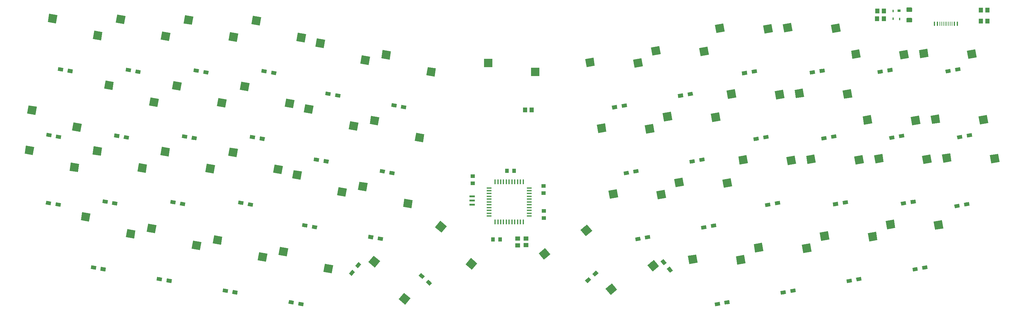
<source format=gbr>
G04 #@! TF.GenerationSoftware,KiCad,Pcbnew,(6.0.0-rc1-dev-1469-g932b9a334)*
G04 #@! TF.CreationDate,2019-08-24T21:44:17-07:00
G04 #@! TF.ProjectId,Laptreus-v2,4c617074-7265-4757-932d-76322e6b6963,rev?*
G04 #@! TF.SameCoordinates,Original*
G04 #@! TF.FileFunction,Paste,Top*
G04 #@! TF.FilePolarity,Positive*
%FSLAX46Y46*%
G04 Gerber Fmt 4.6, Leading zero omitted, Abs format (unit mm)*
G04 Created by KiCad (PCBNEW (6.0.0-rc1-dev-1469-g932b9a334)) date Saturday, August 24, 2019 at 09:44:17 PM*
%MOMM*%
%LPD*%
G04 APERTURE LIST*
%ADD10C,2.347600*%
%ADD11C,0.100000*%
%ADD12R,2.397600X2.347600*%
%ADD13R,0.447600X1.297600*%
%ADD14R,0.147600X1.297600*%
%ADD15R,1.147600X1.347600*%
%ADD16R,1.347600X0.397600*%
%ADD17R,0.397600X1.347600*%
%ADD18R,1.147600X1.047600*%
%ADD19R,1.047600X1.147600*%
%ADD20R,0.847600X0.747600*%
%ADD21R,0.447600X0.747600*%
%ADD22C,1.272600*%
%ADD23C,1.047600*%
%ADD24R,1.347600X1.147600*%
%ADD25R,1.547600X0.547600*%
G04 APERTURE END LIST*
D10*
G04 #@! TO.C,SW1*
X350991516Y-85961774D03*
D11*
G36*
X351968275Y-84597637D02*
G01*
X352375932Y-86909572D01*
X350014757Y-87325911D01*
X349607100Y-85013976D01*
X351968275Y-84597637D01*
X351968275Y-84597637D01*
G37*
D10*
X364668399Y-86129354D03*
D11*
G36*
X365645158Y-84765217D02*
G01*
X366052815Y-87077152D01*
X363691640Y-87493491D01*
X363283983Y-85181556D01*
X365645158Y-84765217D01*
X365645158Y-84765217D01*
G37*
G04 #@! TD*
D10*
G04 #@! TO.C,SW2*
X331679597Y-86143007D03*
D11*
G36*
X332656356Y-84778870D02*
G01*
X333064013Y-87090805D01*
X330702838Y-87507144D01*
X330295181Y-85195209D01*
X332656356Y-84778870D01*
X332656356Y-84778870D01*
G37*
D10*
X345356480Y-86310587D03*
D11*
G36*
X346333239Y-84946450D02*
G01*
X346740896Y-87258385D01*
X344379721Y-87674724D01*
X343972064Y-85362789D01*
X346333239Y-84946450D01*
X346333239Y-84946450D01*
G37*
G04 #@! TD*
D10*
G04 #@! TO.C,SW19*
X207486890Y-109963422D03*
D11*
G36*
X206102474Y-110911220D02*
G01*
X206510131Y-108599285D01*
X208871306Y-109015624D01*
X208463649Y-111327559D01*
X206102474Y-110911220D01*
X206102474Y-110911220D01*
G37*
D10*
X194692141Y-105128179D03*
D11*
G36*
X193307725Y-106075977D02*
G01*
X193715382Y-103764042D01*
X196076557Y-104180381D01*
X195668900Y-106492316D01*
X193307725Y-106075977D01*
X193307725Y-106075977D01*
G37*
G04 #@! TD*
D10*
G04 #@! TO.C,SW3*
X325962219Y-78768789D03*
D11*
G36*
X324985460Y-80132926D02*
G01*
X324577803Y-77820991D01*
X326938978Y-77404652D01*
X327346635Y-79716587D01*
X324985460Y-80132926D01*
X324985460Y-80132926D01*
G37*
D10*
X312285336Y-78601209D03*
D11*
G36*
X311308577Y-79965346D02*
G01*
X310900920Y-77653411D01*
X313262095Y-77237072D01*
X313669752Y-79549007D01*
X311308577Y-79965346D01*
X311308577Y-79965346D01*
G37*
G04 #@! TD*
D10*
G04 #@! TO.C,SW12*
X115878558Y-80870278D03*
D11*
G36*
X114494142Y-81818076D02*
G01*
X114901799Y-79506141D01*
X117262974Y-79922480D01*
X116855317Y-82234415D01*
X114494142Y-81818076D01*
X114494142Y-81818076D01*
G37*
D10*
X103083809Y-76035035D03*
D11*
G36*
X101699393Y-76982833D02*
G01*
X102107050Y-74670898D01*
X104468225Y-75087237D01*
X104060568Y-77399172D01*
X101699393Y-76982833D01*
X101699393Y-76982833D01*
G37*
G04 #@! TD*
D10*
G04 #@! TO.C,SW11*
X135201204Y-81097609D03*
D11*
G36*
X133816788Y-82045407D02*
G01*
X134224445Y-79733472D01*
X136585620Y-80149811D01*
X136177963Y-82461746D01*
X133816788Y-82045407D01*
X133816788Y-82045407D01*
G37*
D10*
X122406455Y-76262366D03*
D11*
G36*
X121022039Y-77210164D02*
G01*
X121429696Y-74898229D01*
X123790871Y-75314568D01*
X123383214Y-77626503D01*
X121022039Y-77210164D01*
X121022039Y-77210164D01*
G37*
G04 #@! TD*
D10*
G04 #@! TO.C,SW47*
X144037798Y-140687370D03*
D11*
G36*
X142653382Y-141635168D02*
G01*
X143061039Y-139323233D01*
X145422214Y-139739572D01*
X145014557Y-142051507D01*
X142653382Y-141635168D01*
X142653382Y-141635168D01*
G37*
D10*
X131243049Y-135852127D03*
D11*
G36*
X129858633Y-136799925D02*
G01*
X130266290Y-134487990D01*
X132627465Y-134904329D01*
X132219808Y-137216264D01*
X129858633Y-136799925D01*
X129858633Y-136799925D01*
G37*
G04 #@! TD*
D10*
G04 #@! TO.C,SW24*
X97222479Y-102127159D03*
D11*
G36*
X98606895Y-101179361D02*
G01*
X98199238Y-103491296D01*
X95838063Y-103074957D01*
X96245720Y-100763022D01*
X98606895Y-101179361D01*
X98606895Y-101179361D01*
G37*
D10*
X110017228Y-106962402D03*
D11*
G36*
X111401644Y-106014604D02*
G01*
X110993987Y-108326539D01*
X108632812Y-107910200D01*
X109040469Y-105598265D01*
X111401644Y-106014604D01*
X111401644Y-106014604D01*
G37*
G04 #@! TD*
D12*
G04 #@! TO.C,SW_RESET2*
X240449155Y-91255373D03*
X227009155Y-88715373D03*
G04 #@! TD*
D10*
G04 #@! TO.C,SW4*
X306650297Y-78950021D03*
D11*
G36*
X305673538Y-80314158D02*
G01*
X305265881Y-78002223D01*
X307627056Y-77585884D01*
X308034713Y-79897819D01*
X305673538Y-80314158D01*
X305673538Y-80314158D01*
G37*
D10*
X292973414Y-78782441D03*
D11*
G36*
X291996655Y-80146578D02*
G01*
X291588998Y-77834643D01*
X293950173Y-77418304D01*
X294357830Y-79730239D01*
X291996655Y-80146578D01*
X291996655Y-80146578D01*
G37*
G04 #@! TD*
D10*
G04 #@! TO.C,SW5*
X288441044Y-85384783D03*
D11*
G36*
X287464285Y-86748920D02*
G01*
X287056628Y-84436985D01*
X289417803Y-84020646D01*
X289825460Y-86332581D01*
X287464285Y-86748920D01*
X287464285Y-86748920D01*
G37*
D10*
X274764161Y-85217203D03*
D11*
G36*
X273787402Y-86581340D02*
G01*
X273379745Y-84269405D01*
X275740920Y-83853066D01*
X276148577Y-86165001D01*
X273787402Y-86581340D01*
X273787402Y-86581340D01*
G37*
G04 #@! TD*
D10*
G04 #@! TO.C,SW6*
X269680455Y-88692781D03*
D11*
G36*
X268703696Y-90056918D02*
G01*
X268296039Y-87744983D01*
X270657214Y-87328644D01*
X271064871Y-89640579D01*
X268703696Y-90056918D01*
X268703696Y-90056918D01*
G37*
D10*
X256003572Y-88525201D03*
D11*
G36*
X255026813Y-89889338D02*
G01*
X254619156Y-87577403D01*
X256980331Y-87161064D01*
X257387988Y-89472999D01*
X255026813Y-89889338D01*
X255026813Y-89889338D01*
G37*
G04 #@! TD*
D10*
G04 #@! TO.C,SW7*
X210794888Y-91202835D03*
D11*
G36*
X209410472Y-92150633D02*
G01*
X209818129Y-89838698D01*
X212179304Y-90255037D01*
X211771647Y-92566972D01*
X209410472Y-92150633D01*
X209410472Y-92150633D01*
G37*
D10*
X198000139Y-86367592D03*
D11*
G36*
X196615723Y-87315390D02*
G01*
X197023380Y-85003455D01*
X199384555Y-85419794D01*
X198976898Y-87731729D01*
X196615723Y-87315390D01*
X196615723Y-87315390D01*
G37*
G04 #@! TD*
D10*
G04 #@! TO.C,SW8*
X192034300Y-87894837D03*
D11*
G36*
X190649884Y-88842635D02*
G01*
X191057541Y-86530700D01*
X193418716Y-86947039D01*
X193011059Y-89258974D01*
X190649884Y-88842635D01*
X190649884Y-88842635D01*
G37*
D10*
X179239551Y-83059594D03*
D11*
G36*
X177855135Y-84007392D02*
G01*
X178262792Y-81695457D01*
X180623967Y-82111796D01*
X180216310Y-84423731D01*
X177855135Y-84007392D01*
X177855135Y-84007392D01*
G37*
G04 #@! TD*
D10*
G04 #@! TO.C,SW9*
X173825044Y-81460075D03*
D11*
G36*
X172440628Y-82407873D02*
G01*
X172848285Y-80095938D01*
X175209460Y-80512277D01*
X174801803Y-82824212D01*
X172440628Y-82407873D01*
X172440628Y-82407873D01*
G37*
D10*
X161030295Y-76624832D03*
D11*
G36*
X159645879Y-77572630D02*
G01*
X160053536Y-75260695D01*
X162414711Y-75677034D01*
X162007054Y-77988969D01*
X159645879Y-77572630D01*
X159645879Y-77572630D01*
G37*
G04 #@! TD*
D10*
G04 #@! TO.C,SW10*
X154513125Y-81278841D03*
D11*
G36*
X153128709Y-82226639D02*
G01*
X153536366Y-79914704D01*
X155897541Y-80331043D01*
X155489884Y-82642978D01*
X153128709Y-82226639D01*
X153128709Y-82226639D01*
G37*
D10*
X141718376Y-76443598D03*
D11*
G36*
X140333960Y-77391396D02*
G01*
X140741617Y-75079461D01*
X143102792Y-75495800D01*
X142695135Y-77807735D01*
X140333960Y-77391396D01*
X140333960Y-77391396D01*
G37*
G04 #@! TD*
D10*
G04 #@! TO.C,SW13*
X354299516Y-104722362D03*
D11*
G36*
X355276275Y-103358225D02*
G01*
X355683932Y-105670160D01*
X353322757Y-106086499D01*
X352915100Y-103774564D01*
X355276275Y-103358225D01*
X355276275Y-103358225D01*
G37*
D10*
X367976399Y-104889942D03*
D11*
G36*
X368953158Y-103525805D02*
G01*
X369360815Y-105837740D01*
X366999640Y-106254079D01*
X366591983Y-103942144D01*
X368953158Y-103525805D01*
X368953158Y-103525805D01*
G37*
G04 #@! TD*
D10*
G04 #@! TO.C,SW14*
X334987594Y-104903594D03*
D11*
G36*
X335964353Y-103539457D02*
G01*
X336372010Y-105851392D01*
X334010835Y-106267731D01*
X333603178Y-103955796D01*
X335964353Y-103539457D01*
X335964353Y-103539457D01*
G37*
D10*
X348664477Y-105071174D03*
D11*
G36*
X349641236Y-103707037D02*
G01*
X350048893Y-106018972D01*
X347687718Y-106435311D01*
X347280061Y-104123376D01*
X349641236Y-103707037D01*
X349641236Y-103707037D01*
G37*
G04 #@! TD*
D10*
G04 #@! TO.C,SW15*
X329270217Y-97529374D03*
D11*
G36*
X328293458Y-98893511D02*
G01*
X327885801Y-96581576D01*
X330246976Y-96165237D01*
X330654633Y-98477172D01*
X328293458Y-98893511D01*
X328293458Y-98893511D01*
G37*
D10*
X315593334Y-97361794D03*
D11*
G36*
X314616575Y-98725931D02*
G01*
X314208918Y-96413996D01*
X316570093Y-95997657D01*
X316977750Y-98309592D01*
X314616575Y-98725931D01*
X314616575Y-98725931D01*
G37*
G04 #@! TD*
D10*
G04 #@! TO.C,SW16*
X309958296Y-97710609D03*
D11*
G36*
X308981537Y-99074746D02*
G01*
X308573880Y-96762811D01*
X310935055Y-96346472D01*
X311342712Y-98658407D01*
X308981537Y-99074746D01*
X308981537Y-99074746D01*
G37*
D10*
X296281413Y-97543029D03*
D11*
G36*
X295304654Y-98907166D02*
G01*
X294896997Y-96595231D01*
X297258172Y-96178892D01*
X297665829Y-98490827D01*
X295304654Y-98907166D01*
X295304654Y-98907166D01*
G37*
G04 #@! TD*
D10*
G04 #@! TO.C,SW17*
X291749040Y-104145371D03*
D11*
G36*
X290772281Y-105509508D02*
G01*
X290364624Y-103197573D01*
X292725799Y-102781234D01*
X293133456Y-105093169D01*
X290772281Y-105509508D01*
X290772281Y-105509508D01*
G37*
D10*
X278072157Y-103977791D03*
D11*
G36*
X277095398Y-105341928D02*
G01*
X276687741Y-103029993D01*
X279048916Y-102613654D01*
X279456573Y-104925589D01*
X277095398Y-105341928D01*
X277095398Y-105341928D01*
G37*
G04 #@! TD*
D10*
G04 #@! TO.C,SW18*
X272988453Y-107453370D03*
D11*
G36*
X272011694Y-108817507D02*
G01*
X271604037Y-106505572D01*
X273965212Y-106089233D01*
X274372869Y-108401168D01*
X272011694Y-108817507D01*
X272011694Y-108817507D01*
G37*
D10*
X259311570Y-107285790D03*
D11*
G36*
X258334811Y-108649927D02*
G01*
X257927154Y-106337992D01*
X260288329Y-105921653D01*
X260695986Y-108233588D01*
X258334811Y-108649927D01*
X258334811Y-108649927D01*
G37*
G04 #@! TD*
D10*
G04 #@! TO.C,SW20*
X188726303Y-106655423D03*
D11*
G36*
X187341887Y-107603221D02*
G01*
X187749544Y-105291286D01*
X190110719Y-105707625D01*
X189703062Y-108019560D01*
X187341887Y-107603221D01*
X187341887Y-107603221D01*
G37*
D10*
X175931554Y-101820180D03*
D11*
G36*
X174547138Y-102767978D02*
G01*
X174954795Y-100456043D01*
X177315970Y-100872382D01*
X176908313Y-103184317D01*
X174547138Y-102767978D01*
X174547138Y-102767978D01*
G37*
G04 #@! TD*
D10*
G04 #@! TO.C,SW21*
X170517047Y-100220662D03*
D11*
G36*
X169132631Y-101168460D02*
G01*
X169540288Y-98856525D01*
X171901463Y-99272864D01*
X171493806Y-101584799D01*
X169132631Y-101168460D01*
X169132631Y-101168460D01*
G37*
D10*
X157722298Y-95385419D03*
D11*
G36*
X156337882Y-96333217D02*
G01*
X156745539Y-94021282D01*
X159106714Y-94437621D01*
X158699057Y-96749556D01*
X156337882Y-96333217D01*
X156337882Y-96333217D01*
G37*
G04 #@! TD*
D10*
G04 #@! TO.C,SW22*
X151205129Y-100039427D03*
D11*
G36*
X149820713Y-100987225D02*
G01*
X150228370Y-98675290D01*
X152589545Y-99091629D01*
X152181888Y-101403564D01*
X149820713Y-100987225D01*
X149820713Y-100987225D01*
G37*
D10*
X138410380Y-95204184D03*
D11*
G36*
X137025964Y-96151982D02*
G01*
X137433621Y-93840047D01*
X139794796Y-94256386D01*
X139387139Y-96568321D01*
X137025964Y-96151982D01*
X137025964Y-96151982D01*
G37*
G04 #@! TD*
D10*
G04 #@! TO.C,SW23*
X131893206Y-99858196D03*
D11*
G36*
X130508790Y-100805994D02*
G01*
X130916447Y-98494059D01*
X133277622Y-98910398D01*
X132869965Y-101222333D01*
X130508790Y-100805994D01*
X130508790Y-100805994D01*
G37*
D10*
X119098457Y-95022953D03*
D11*
G36*
X117714041Y-95970751D02*
G01*
X118121698Y-93658816D01*
X120482873Y-94075155D01*
X120075216Y-96387090D01*
X117714041Y-95970751D01*
X117714041Y-95970751D01*
G37*
G04 #@! TD*
D10*
G04 #@! TO.C,SW25*
X371202059Y-115927497D03*
D11*
G36*
X370225300Y-117291634D02*
G01*
X369817643Y-114979699D01*
X372178818Y-114563360D01*
X372586475Y-116875295D01*
X370225300Y-117291634D01*
X370225300Y-117291634D01*
G37*
D10*
X357525176Y-115759917D03*
D11*
G36*
X356548417Y-117124054D02*
G01*
X356140760Y-114812119D01*
X358501935Y-114395780D01*
X358909592Y-116707715D01*
X356548417Y-117124054D01*
X356548417Y-117124054D01*
G37*
G04 #@! TD*
D10*
G04 #@! TO.C,SW26*
X351890134Y-116108731D03*
D11*
G36*
X350913375Y-117472868D02*
G01*
X350505718Y-115160933D01*
X352866893Y-114744594D01*
X353274550Y-117056529D01*
X350913375Y-117472868D01*
X350913375Y-117472868D01*
G37*
D10*
X338213251Y-115941151D03*
D11*
G36*
X337236492Y-117305288D02*
G01*
X336828835Y-114993353D01*
X339190010Y-114577014D01*
X339597667Y-116888949D01*
X337236492Y-117305288D01*
X337236492Y-117305288D01*
G37*
G04 #@! TD*
D10*
G04 #@! TO.C,SW27*
X332578214Y-116289963D03*
D11*
G36*
X331601455Y-117654100D02*
G01*
X331193798Y-115342165D01*
X333554973Y-114925826D01*
X333962630Y-117237761D01*
X331601455Y-117654100D01*
X331601455Y-117654100D01*
G37*
D10*
X318901331Y-116122383D03*
D11*
G36*
X317924572Y-117486520D02*
G01*
X317516915Y-115174585D01*
X319878090Y-114758246D01*
X320285747Y-117070181D01*
X317924572Y-117486520D01*
X317924572Y-117486520D01*
G37*
G04 #@! TD*
D10*
G04 #@! TO.C,SW28*
X313266295Y-116471196D03*
D11*
G36*
X312289536Y-117835333D02*
G01*
X311881879Y-115523398D01*
X314243054Y-115107059D01*
X314650711Y-117418994D01*
X312289536Y-117835333D01*
X312289536Y-117835333D01*
G37*
D10*
X299589412Y-116303616D03*
D11*
G36*
X298612653Y-117667753D02*
G01*
X298204996Y-115355818D01*
X300566171Y-114939479D01*
X300973828Y-117251414D01*
X298612653Y-117667753D01*
X298612653Y-117667753D01*
G37*
G04 #@! TD*
D10*
G04 #@! TO.C,SW29*
X295057040Y-122905959D03*
D11*
G36*
X294080281Y-124270096D02*
G01*
X293672624Y-121958161D01*
X296033799Y-121541822D01*
X296441456Y-123853757D01*
X294080281Y-124270096D01*
X294080281Y-124270096D01*
G37*
D10*
X281380157Y-122738379D03*
D11*
G36*
X280403398Y-124102516D02*
G01*
X279995741Y-121790581D01*
X282356916Y-121374242D01*
X282764573Y-123686177D01*
X280403398Y-124102516D01*
X280403398Y-124102516D01*
G37*
G04 #@! TD*
D10*
G04 #@! TO.C,SW30*
X276296450Y-126213956D03*
D11*
G36*
X275319691Y-127578093D02*
G01*
X274912034Y-125266158D01*
X277273209Y-124849819D01*
X277680866Y-127161754D01*
X275319691Y-127578093D01*
X275319691Y-127578093D01*
G37*
D10*
X262619567Y-126046376D03*
D11*
G36*
X261642808Y-127410513D02*
G01*
X261235151Y-125098578D01*
X263596326Y-124682239D01*
X264003983Y-126994174D01*
X261642808Y-127410513D01*
X261642808Y-127410513D01*
G37*
G04 #@! TD*
D10*
G04 #@! TO.C,SW31*
X204178892Y-128724010D03*
D11*
G36*
X202794476Y-129671808D02*
G01*
X203202133Y-127359873D01*
X205563308Y-127776212D01*
X205155651Y-130088147D01*
X202794476Y-129671808D01*
X202794476Y-129671808D01*
G37*
D10*
X191384143Y-123888767D03*
D11*
G36*
X189999727Y-124836565D02*
G01*
X190407384Y-122524630D01*
X192768559Y-122940969D01*
X192360902Y-125252904D01*
X189999727Y-124836565D01*
X189999727Y-124836565D01*
G37*
G04 #@! TD*
D10*
G04 #@! TO.C,SW32*
X185418305Y-125416013D03*
D11*
G36*
X184033889Y-126363811D02*
G01*
X184441546Y-124051876D01*
X186802721Y-124468215D01*
X186395064Y-126780150D01*
X184033889Y-126363811D01*
X184033889Y-126363811D01*
G37*
D10*
X172623556Y-120580770D03*
D11*
G36*
X171239140Y-121528568D02*
G01*
X171646797Y-119216633D01*
X174007972Y-119632972D01*
X173600315Y-121944907D01*
X171239140Y-121528568D01*
X171239140Y-121528568D01*
G37*
G04 #@! TD*
D10*
G04 #@! TO.C,SW33*
X167209048Y-118981250D03*
D11*
G36*
X165824632Y-119929048D02*
G01*
X166232289Y-117617113D01*
X168593464Y-118033452D01*
X168185807Y-120345387D01*
X165824632Y-119929048D01*
X165824632Y-119929048D01*
G37*
D10*
X154414299Y-114146007D03*
D11*
G36*
X153029883Y-115093805D02*
G01*
X153437540Y-112781870D01*
X155798715Y-113198209D01*
X155391058Y-115510144D01*
X153029883Y-115093805D01*
X153029883Y-115093805D01*
G37*
G04 #@! TD*
D10*
G04 #@! TO.C,SW34*
X147897129Y-118800017D03*
D11*
G36*
X146512713Y-119747815D02*
G01*
X146920370Y-117435880D01*
X149281545Y-117852219D01*
X148873888Y-120164154D01*
X146512713Y-119747815D01*
X146512713Y-119747815D01*
G37*
D10*
X135102380Y-113964774D03*
D11*
G36*
X133717964Y-114912572D02*
G01*
X134125621Y-112600637D01*
X136486796Y-113016976D01*
X136079139Y-115328911D01*
X133717964Y-114912572D01*
X133717964Y-114912572D01*
G37*
G04 #@! TD*
D10*
G04 #@! TO.C,SW37*
X355198132Y-134869318D03*
D11*
G36*
X354221373Y-136233455D02*
G01*
X353813716Y-133921520D01*
X356174891Y-133505181D01*
X356582548Y-135817116D01*
X354221373Y-136233455D01*
X354221373Y-136233455D01*
G37*
D10*
X341521249Y-134701738D03*
D11*
G36*
X340544490Y-136065875D02*
G01*
X340136833Y-133753940D01*
X342498008Y-133337601D01*
X342905665Y-135649536D01*
X340544490Y-136065875D01*
X340544490Y-136065875D01*
G37*
G04 #@! TD*
D10*
G04 #@! TO.C,SW38*
X336437545Y-138177316D03*
D11*
G36*
X335460786Y-139541453D02*
G01*
X335053129Y-137229518D01*
X337414304Y-136813179D01*
X337821961Y-139125114D01*
X335460786Y-139541453D01*
X335460786Y-139541453D01*
G37*
D10*
X322760662Y-138009736D03*
D11*
G36*
X321783903Y-139373873D02*
G01*
X321376246Y-137061938D01*
X323737421Y-136645599D01*
X324145078Y-138957534D01*
X321783903Y-139373873D01*
X321783903Y-139373873D01*
G37*
G04 #@! TD*
D10*
G04 #@! TO.C,SW39*
X317676958Y-141485312D03*
D11*
G36*
X316700199Y-142849449D02*
G01*
X316292542Y-140537514D01*
X318653717Y-140121175D01*
X319061374Y-142433110D01*
X316700199Y-142849449D01*
X316700199Y-142849449D01*
G37*
D10*
X304000075Y-141317732D03*
D11*
G36*
X303023316Y-142681869D02*
G01*
X302615659Y-140369934D01*
X304976834Y-139953595D01*
X305384491Y-142265530D01*
X303023316Y-142681869D01*
X303023316Y-142681869D01*
G37*
G04 #@! TD*
D10*
G04 #@! TO.C,SW40*
X298916372Y-144793311D03*
D11*
G36*
X297939613Y-146157448D02*
G01*
X297531956Y-143845513D01*
X299893131Y-143429174D01*
X300300788Y-145741109D01*
X297939613Y-146157448D01*
X297939613Y-146157448D01*
G37*
D10*
X285239489Y-144625731D03*
D11*
G36*
X284262730Y-145989868D02*
G01*
X283855073Y-143677933D01*
X286216248Y-143261594D01*
X286623905Y-145573529D01*
X284262730Y-145989868D01*
X284262730Y-145989868D01*
G37*
G04 #@! TD*
D10*
G04 #@! TO.C,SW41*
X273997123Y-146463943D03*
D11*
G36*
X273833293Y-148133700D02*
G01*
X272324285Y-146335334D01*
X274160953Y-144794186D01*
X275669961Y-146592552D01*
X273833293Y-148133700D01*
X273833293Y-148133700D01*
G37*
D10*
X262068805Y-153157256D03*
D11*
G36*
X261904975Y-154827013D02*
G01*
X260395967Y-153028647D01*
X262232635Y-151487499D01*
X263741643Y-153285865D01*
X261904975Y-154827013D01*
X261904975Y-154827013D01*
G37*
G04 #@! TD*
D10*
G04 #@! TO.C,SW42*
X254996717Y-136399134D03*
D11*
G36*
X254832887Y-138068891D02*
G01*
X253323879Y-136270525D01*
X255160547Y-134729377D01*
X256669555Y-136527743D01*
X254832887Y-138068891D01*
X254832887Y-138068891D01*
G37*
D10*
X243068399Y-143092447D03*
D11*
G36*
X242904569Y-144762204D02*
G01*
X241395561Y-142963838D01*
X243232229Y-141422690D01*
X244741237Y-143221056D01*
X242904569Y-144762204D01*
X242904569Y-144762204D01*
G37*
G04 #@! TD*
D10*
G04 #@! TO.C,SW44*
X203262476Y-155910903D03*
D11*
G36*
X201589638Y-156039512D02*
G01*
X203098646Y-154241146D01*
X204935314Y-155782294D01*
X203426306Y-157580660D01*
X201589638Y-156039512D01*
X201589638Y-156039512D01*
G37*
D10*
X194599519Y-145326085D03*
D11*
G36*
X192926681Y-145454694D02*
G01*
X194435689Y-143656328D01*
X196272357Y-145197476D01*
X194763349Y-146995842D01*
X192926681Y-145454694D01*
X192926681Y-145454694D01*
G37*
G04 #@! TD*
D10*
G04 #@! TO.C,SW45*
X181558973Y-147303365D03*
D11*
G36*
X180174557Y-148251163D02*
G01*
X180582214Y-145939228D01*
X182943389Y-146355567D01*
X182535732Y-148667502D01*
X180174557Y-148251163D01*
X180174557Y-148251163D01*
G37*
D10*
X168764224Y-142468122D03*
D11*
G36*
X167379808Y-143415920D02*
G01*
X167787465Y-141103985D01*
X170148640Y-141520324D01*
X169740983Y-143832259D01*
X167379808Y-143415920D01*
X167379808Y-143415920D01*
G37*
G04 #@! TD*
D10*
G04 #@! TO.C,SW46*
X162798387Y-143995367D03*
D11*
G36*
X161413971Y-144943165D02*
G01*
X161821628Y-142631230D01*
X164182803Y-143047569D01*
X163775146Y-145359504D01*
X161413971Y-144943165D01*
X161413971Y-144943165D01*
G37*
D10*
X150003638Y-139160124D03*
D11*
G36*
X148619222Y-140107922D02*
G01*
X149026879Y-137795987D01*
X151388054Y-138212326D01*
X150980397Y-140524261D01*
X148619222Y-140107922D01*
X148619222Y-140107922D01*
G37*
G04 #@! TD*
D10*
G04 #@! TO.C,SW43*
X222262519Y-145944576D03*
D11*
G36*
X220589681Y-146073185D02*
G01*
X222098689Y-144274819D01*
X223935357Y-145815967D01*
X222426349Y-147614333D01*
X220589681Y-146073185D01*
X220589681Y-146073185D01*
G37*
D10*
X213599562Y-135359758D03*
D11*
G36*
X211926724Y-135488367D02*
G01*
X213435732Y-133690001D01*
X215272400Y-135231149D01*
X213763392Y-137029515D01*
X211926724Y-135488367D01*
X211926724Y-135488367D01*
G37*
G04 #@! TD*
D10*
G04 #@! TO.C,SW36*
X109273289Y-118437551D03*
D11*
G36*
X107888873Y-119385349D02*
G01*
X108296530Y-117073414D01*
X110657705Y-117489753D01*
X110250048Y-119801688D01*
X107888873Y-119385349D01*
X107888873Y-119385349D01*
G37*
D10*
X96478540Y-113602308D03*
D11*
G36*
X95094124Y-114550106D02*
G01*
X95501781Y-112238171D01*
X97862956Y-112654510D01*
X97455299Y-114966445D01*
X95094124Y-114550106D01*
X95094124Y-114550106D01*
G37*
G04 #@! TD*
D10*
G04 #@! TO.C,SW48*
X125277211Y-137379371D03*
D11*
G36*
X123892795Y-138327169D02*
G01*
X124300452Y-136015234D01*
X126661627Y-136431573D01*
X126253970Y-138743508D01*
X123892795Y-138327169D01*
X123892795Y-138327169D01*
G37*
D10*
X112482462Y-132544128D03*
D11*
G36*
X111098046Y-133491926D02*
G01*
X111505703Y-131179991D01*
X113866878Y-131596330D01*
X113459221Y-133908265D01*
X111098046Y-133491926D01*
X111098046Y-133491926D01*
G37*
G04 #@! TD*
D10*
G04 #@! TO.C,SW35*
X128585209Y-118618785D03*
D11*
G36*
X127200793Y-119566583D02*
G01*
X127608450Y-117254648D01*
X129969625Y-117670987D01*
X129561968Y-119982922D01*
X127200793Y-119566583D01*
X127200793Y-119566583D01*
G37*
D10*
X115790460Y-113783542D03*
D11*
G36*
X114406044Y-114731340D02*
G01*
X114813701Y-112419405D01*
X117174876Y-112835744D01*
X116767219Y-115147679D01*
X114406044Y-114731340D01*
X114406044Y-114731340D01*
G37*
G04 #@! TD*
D13*
G04 #@! TO.C,J1*
X354074155Y-77490375D03*
X360524155Y-77490375D03*
X354849155Y-77490375D03*
X359749155Y-77490375D03*
D14*
X359049155Y-77490375D03*
X355549155Y-77490375D03*
X358549155Y-77490375D03*
X356049155Y-77490375D03*
X358049155Y-77490375D03*
X356549155Y-77490375D03*
X357049155Y-77490375D03*
X357549155Y-77490375D03*
G04 #@! TD*
D15*
G04 #@! TO.C,R1*
X237499156Y-102045374D03*
X239399156Y-102045374D03*
G04 #@! TD*
D16*
G04 #@! TO.C,IC1*
X238699156Y-124298854D03*
X238699156Y-125098854D03*
X238699156Y-125898854D03*
X238699156Y-126698854D03*
X238699156Y-127498854D03*
X238699156Y-128298854D03*
X238699156Y-129098854D03*
X238699156Y-129898854D03*
X238699156Y-130698854D03*
X238699156Y-131498854D03*
X238699156Y-132298854D03*
D17*
X236999156Y-133998854D03*
X236199156Y-133998854D03*
X235399156Y-133998854D03*
X234599156Y-133998854D03*
X233799156Y-133998854D03*
X232999156Y-133998854D03*
X232199156Y-133998854D03*
X231399156Y-133998854D03*
X230599156Y-133998854D03*
X229799156Y-133998854D03*
X228999156Y-133998854D03*
D16*
X227299156Y-132298854D03*
X227299156Y-131498854D03*
X227299156Y-130698854D03*
X227299156Y-129898854D03*
X227299156Y-129098854D03*
X227299156Y-128298854D03*
X227299156Y-127498854D03*
X227299156Y-126698854D03*
X227299156Y-125898854D03*
X227299156Y-125098854D03*
X227299156Y-124298854D03*
D17*
X228999156Y-122598854D03*
X229799156Y-122598854D03*
X230599156Y-122598854D03*
X231399156Y-122598854D03*
X232199156Y-122598854D03*
X232999156Y-122598854D03*
X233799156Y-122598854D03*
X234599156Y-122598854D03*
X235399156Y-122598854D03*
X236199156Y-122598854D03*
X236999156Y-122598854D03*
G04 #@! TD*
D18*
G04 #@! TO.C,C5*
X222599170Y-120979103D03*
X222599170Y-123011103D03*
G04 #@! TD*
D19*
G04 #@! TO.C,C2*
X230415170Y-138970103D03*
X228383170Y-138970103D03*
G04 #@! TD*
D20*
G04 #@! TO.C,U6*
X343944170Y-73800103D03*
D21*
X344144170Y-76150103D03*
X342244170Y-73875103D03*
X342244170Y-76075103D03*
G04 #@! TD*
D11*
G04 #@! TO.C,F1*
G36*
X347467591Y-72877378D02*
G01*
X347489263Y-72880593D01*
X347510517Y-72885917D01*
X347531146Y-72893298D01*
X347550952Y-72902666D01*
X347569745Y-72913930D01*
X347587344Y-72926981D01*
X347603578Y-72941695D01*
X347618292Y-72957929D01*
X347631343Y-72975528D01*
X347642607Y-72994321D01*
X347651975Y-73014127D01*
X347659356Y-73034756D01*
X347664680Y-73056010D01*
X347667895Y-73077682D01*
X347668970Y-73099566D01*
X347668970Y-73925640D01*
X347667895Y-73947524D01*
X347664680Y-73969196D01*
X347659356Y-73990450D01*
X347651975Y-74011079D01*
X347642607Y-74030885D01*
X347631343Y-74049678D01*
X347618292Y-74067277D01*
X347603578Y-74083511D01*
X347587344Y-74098225D01*
X347569745Y-74111276D01*
X347550952Y-74122540D01*
X347531146Y-74131908D01*
X347510517Y-74139289D01*
X347489263Y-74144613D01*
X347467591Y-74147828D01*
X347445707Y-74148903D01*
X346294633Y-74148903D01*
X346272749Y-74147828D01*
X346251077Y-74144613D01*
X346229823Y-74139289D01*
X346209194Y-74131908D01*
X346189388Y-74122540D01*
X346170595Y-74111276D01*
X346152996Y-74098225D01*
X346136762Y-74083511D01*
X346122048Y-74067277D01*
X346108997Y-74049678D01*
X346097733Y-74030885D01*
X346088365Y-74011079D01*
X346080984Y-73990450D01*
X346075660Y-73969196D01*
X346072445Y-73947524D01*
X346071370Y-73925640D01*
X346071370Y-73099566D01*
X346072445Y-73077682D01*
X346075660Y-73056010D01*
X346080984Y-73034756D01*
X346088365Y-73014127D01*
X346097733Y-72994321D01*
X346108997Y-72975528D01*
X346122048Y-72957929D01*
X346136762Y-72941695D01*
X346152996Y-72926981D01*
X346170595Y-72913930D01*
X346189388Y-72902666D01*
X346209194Y-72893298D01*
X346229823Y-72885917D01*
X346251077Y-72880593D01*
X346272749Y-72877378D01*
X346294633Y-72876303D01*
X347445707Y-72876303D01*
X347467591Y-72877378D01*
X347467591Y-72877378D01*
G37*
D22*
X346870170Y-73512603D03*
D11*
G36*
X347467591Y-75852378D02*
G01*
X347489263Y-75855593D01*
X347510517Y-75860917D01*
X347531146Y-75868298D01*
X347550952Y-75877666D01*
X347569745Y-75888930D01*
X347587344Y-75901981D01*
X347603578Y-75916695D01*
X347618292Y-75932929D01*
X347631343Y-75950528D01*
X347642607Y-75969321D01*
X347651975Y-75989127D01*
X347659356Y-76009756D01*
X347664680Y-76031010D01*
X347667895Y-76052682D01*
X347668970Y-76074566D01*
X347668970Y-76900640D01*
X347667895Y-76922524D01*
X347664680Y-76944196D01*
X347659356Y-76965450D01*
X347651975Y-76986079D01*
X347642607Y-77005885D01*
X347631343Y-77024678D01*
X347618292Y-77042277D01*
X347603578Y-77058511D01*
X347587344Y-77073225D01*
X347569745Y-77086276D01*
X347550952Y-77097540D01*
X347531146Y-77106908D01*
X347510517Y-77114289D01*
X347489263Y-77119613D01*
X347467591Y-77122828D01*
X347445707Y-77123903D01*
X346294633Y-77123903D01*
X346272749Y-77122828D01*
X346251077Y-77119613D01*
X346229823Y-77114289D01*
X346209194Y-77106908D01*
X346189388Y-77097540D01*
X346170595Y-77086276D01*
X346152996Y-77073225D01*
X346136762Y-77058511D01*
X346122048Y-77042277D01*
X346108997Y-77024678D01*
X346097733Y-77005885D01*
X346088365Y-76986079D01*
X346080984Y-76965450D01*
X346075660Y-76944196D01*
X346072445Y-76922524D01*
X346071370Y-76900640D01*
X346071370Y-76074566D01*
X346072445Y-76052682D01*
X346075660Y-76031010D01*
X346080984Y-76009756D01*
X346088365Y-75989127D01*
X346097733Y-75969321D01*
X346108997Y-75950528D01*
X346122048Y-75932929D01*
X346136762Y-75916695D01*
X346152996Y-75901981D01*
X346170595Y-75888930D01*
X346189388Y-75877666D01*
X346209194Y-75868298D01*
X346229823Y-75860917D01*
X346251077Y-75855593D01*
X346272749Y-75852378D01*
X346294633Y-75851303D01*
X347445707Y-75851303D01*
X347467591Y-75852378D01*
X347467591Y-75852378D01*
G37*
D22*
X346870170Y-76487603D03*
G04 #@! TD*
D23*
G04 #@! TO.C,D2*
X338614303Y-91206989D03*
D11*
G36*
X339236150Y-90565460D02*
G01*
X339418064Y-91597145D01*
X337992456Y-91848518D01*
X337810542Y-90816833D01*
X339236150Y-90565460D01*
X339236150Y-90565460D01*
G37*
D23*
X341371765Y-90720775D03*
D11*
G36*
X341993612Y-90079246D02*
G01*
X342175526Y-91110931D01*
X340749918Y-91362304D01*
X340568004Y-90330619D01*
X341993612Y-90079246D01*
X341993612Y-90079246D01*
G37*
G04 #@! TD*
D23*
G04 #@! TO.C,D42*
X255482491Y-150590820D03*
D11*
G36*
X255662258Y-149715642D02*
G01*
X256370006Y-150488014D01*
X255302724Y-151465998D01*
X254594976Y-150693626D01*
X255662258Y-149715642D01*
X255662258Y-149715642D01*
G37*
D23*
X257546867Y-148699168D03*
D11*
G36*
X257726634Y-147823990D02*
G01*
X258434382Y-148596362D01*
X257367100Y-149574346D01*
X256659352Y-148801974D01*
X257726634Y-147823990D01*
X257726634Y-147823990D01*
G37*
G04 #@! TD*
D23*
G04 #@! TO.C,D9*
X163250745Y-91040668D03*
D11*
G36*
X164054506Y-90650512D02*
G01*
X163872592Y-91682197D01*
X162446984Y-91430824D01*
X162628898Y-90399139D01*
X164054506Y-90650512D01*
X164054506Y-90650512D01*
G37*
D23*
X166008207Y-91526882D03*
D11*
G36*
X166811968Y-91136726D02*
G01*
X166630054Y-92168411D01*
X165204446Y-91917038D01*
X165386360Y-90885353D01*
X166811968Y-91136726D01*
X166811968Y-91136726D01*
G37*
G04 #@! TD*
D23*
G04 #@! TO.C,D36*
X101899613Y-128582501D03*
D11*
G36*
X102703374Y-128192345D02*
G01*
X102521460Y-129224030D01*
X101095852Y-128972657D01*
X101277766Y-127940972D01*
X102703374Y-128192345D01*
X102703374Y-128192345D01*
G37*
D23*
X104657075Y-129068715D03*
D11*
G36*
X105460836Y-128678559D02*
G01*
X105278922Y-129710244D01*
X103853314Y-129458871D01*
X104035228Y-128427186D01*
X105460836Y-128678559D01*
X105460836Y-128678559D01*
G37*
G04 #@! TD*
D23*
G04 #@! TO.C,D25*
X360470439Y-129438210D03*
D11*
G36*
X361092286Y-128796681D02*
G01*
X361274200Y-129828366D01*
X359848592Y-130079739D01*
X359666678Y-129048054D01*
X361092286Y-128796681D01*
X361092286Y-128796681D01*
G37*
D23*
X363227901Y-128951996D03*
D11*
G36*
X363849748Y-128310467D02*
G01*
X364031662Y-129342152D01*
X362606054Y-129593525D01*
X362424140Y-128561840D01*
X363849748Y-128310467D01*
X363849748Y-128310467D01*
G37*
G04 #@! TD*
D23*
G04 #@! TO.C,D24*
X102006987Y-109257556D03*
D11*
G36*
X102810748Y-108867400D02*
G01*
X102628834Y-109899085D01*
X101203226Y-109647712D01*
X101385140Y-108616027D01*
X102810748Y-108867400D01*
X102810748Y-108867400D01*
G37*
D23*
X104764449Y-109743770D03*
D11*
G36*
X105568210Y-109353614D02*
G01*
X105386296Y-110385299D01*
X103960688Y-110133926D01*
X104142602Y-109102241D01*
X105568210Y-109353614D01*
X105568210Y-109353614D01*
G37*
G04 #@! TD*
D23*
G04 #@! TO.C,D13*
X361234221Y-109786345D03*
D11*
G36*
X361856068Y-109144816D02*
G01*
X362037982Y-110176501D01*
X360612374Y-110427874D01*
X360430460Y-109396189D01*
X361856068Y-109144816D01*
X361856068Y-109144816D01*
G37*
D23*
X363991683Y-109300131D03*
D11*
G36*
X364613530Y-108658602D02*
G01*
X364795444Y-109690287D01*
X363369836Y-109941660D01*
X363187922Y-108909975D01*
X364613530Y-108658602D01*
X364613530Y-108658602D01*
G37*
G04 #@! TD*
D23*
G04 #@! TO.C,D12*
X105314983Y-90496968D03*
D11*
G36*
X106118744Y-90106812D02*
G01*
X105936830Y-91138497D01*
X104511222Y-90887124D01*
X104693136Y-89855439D01*
X106118744Y-90106812D01*
X106118744Y-90106812D01*
G37*
D23*
X108072445Y-90983182D03*
D11*
G36*
X108876206Y-90593026D02*
G01*
X108694292Y-91624711D01*
X107268684Y-91373338D01*
X107450598Y-90341653D01*
X108876206Y-90593026D01*
X108876206Y-90593026D01*
G37*
G04 #@! TD*
D23*
G04 #@! TO.C,D1*
X357926226Y-91025757D03*
D11*
G36*
X358548073Y-90384228D02*
G01*
X358729987Y-91415913D01*
X357304379Y-91667286D01*
X357122465Y-90635601D01*
X358548073Y-90384228D01*
X358548073Y-90384228D01*
G37*
D23*
X360683688Y-90539543D03*
D11*
G36*
X361305535Y-89898014D02*
G01*
X361487449Y-90929699D01*
X360061841Y-91181072D01*
X359879927Y-90149387D01*
X361305535Y-89898014D01*
X361305535Y-89898014D01*
G37*
G04 #@! TD*
D23*
G04 #@! TO.C,D48*
X114702913Y-146959965D03*
D11*
G36*
X115506674Y-146569809D02*
G01*
X115324760Y-147601494D01*
X113899152Y-147350121D01*
X114081066Y-146318436D01*
X115506674Y-146569809D01*
X115506674Y-146569809D01*
G37*
D23*
X117460375Y-147446179D03*
D11*
G36*
X118264136Y-147056023D02*
G01*
X118082222Y-148087708D01*
X116656614Y-147836335D01*
X116838528Y-146804650D01*
X118264136Y-147056023D01*
X118264136Y-147056023D01*
G37*
G04 #@! TD*
D23*
G04 #@! TO.C,D18*
X266328616Y-120072805D03*
D11*
G36*
X266950463Y-119431276D02*
G01*
X267132377Y-120462961D01*
X265706769Y-120714334D01*
X265524855Y-119682649D01*
X266950463Y-119431276D01*
X266950463Y-119431276D01*
G37*
D23*
X269086078Y-119586591D03*
D11*
G36*
X269707925Y-118945062D02*
G01*
X269889839Y-119976747D01*
X268464231Y-120228120D01*
X268282317Y-119196435D01*
X269707925Y-118945062D01*
X269707925Y-118945062D01*
G37*
G04 #@! TD*
D23*
G04 #@! TO.C,D17*
X285089205Y-116764808D03*
D11*
G36*
X285711052Y-116123279D02*
G01*
X285892966Y-117154964D01*
X284467358Y-117406337D01*
X284285444Y-116374652D01*
X285711052Y-116123279D01*
X285711052Y-116123279D01*
G37*
D23*
X287846667Y-116278594D03*
D11*
G36*
X288468514Y-115637065D02*
G01*
X288650428Y-116668750D01*
X287224820Y-116920123D01*
X287042906Y-115888438D01*
X288468514Y-115637065D01*
X288468514Y-115637065D01*
G37*
G04 #@! TD*
D23*
G04 #@! TO.C,D43*
X208115924Y-149409710D03*
D11*
G36*
X209003439Y-149512516D02*
G01*
X208295691Y-150284888D01*
X207228409Y-149306904D01*
X207936157Y-148534532D01*
X209003439Y-149512516D01*
X209003439Y-149512516D01*
G37*
D23*
X210180300Y-151301362D03*
D11*
G36*
X211067815Y-151404168D02*
G01*
X210360067Y-152176540D01*
X209292785Y-151198556D01*
X210000533Y-150426184D01*
X211067815Y-151404168D01*
X211067815Y-151404168D01*
G37*
G04 #@! TD*
D23*
G04 #@! TO.C,D35*
X118010909Y-128199378D03*
D11*
G36*
X118814670Y-127809222D02*
G01*
X118632756Y-128840907D01*
X117207148Y-128589534D01*
X117389062Y-127557849D01*
X118814670Y-127809222D01*
X118814670Y-127809222D01*
G37*
D23*
X120768371Y-128685592D03*
D11*
G36*
X121572132Y-128295436D02*
G01*
X121390218Y-129327121D01*
X119964610Y-129075748D01*
X120146524Y-128044063D01*
X121572132Y-128295436D01*
X121572132Y-128295436D01*
G37*
G04 #@! TD*
D23*
G04 #@! TO.C,D23*
X121318907Y-109438788D03*
D11*
G36*
X122122668Y-109048632D02*
G01*
X121940754Y-110080317D01*
X120515146Y-109828944D01*
X120697060Y-108797259D01*
X122122668Y-109048632D01*
X122122668Y-109048632D01*
G37*
D23*
X124076369Y-109925002D03*
D11*
G36*
X124880130Y-109534846D02*
G01*
X124698216Y-110566531D01*
X123272608Y-110315158D01*
X123454522Y-109283473D01*
X124880130Y-109534846D01*
X124880130Y-109534846D01*
G37*
G04 #@! TD*
D23*
G04 #@! TO.C,D10*
X143938826Y-90859435D03*
D11*
G36*
X144742587Y-90469279D02*
G01*
X144560673Y-91500964D01*
X143135065Y-91249591D01*
X143316979Y-90217906D01*
X144742587Y-90469279D01*
X144742587Y-90469279D01*
G37*
D23*
X146696288Y-91345649D03*
D11*
G36*
X147500049Y-90955493D02*
G01*
X147318135Y-91987178D01*
X145892527Y-91735805D01*
X146074441Y-90704120D01*
X147500049Y-90955493D01*
X147500049Y-90955493D01*
G37*
G04 #@! TD*
D23*
G04 #@! TO.C,D40*
X292256533Y-157412747D03*
D11*
G36*
X292878380Y-156771218D02*
G01*
X293060294Y-157802903D01*
X291634686Y-158054276D01*
X291452772Y-157022591D01*
X292878380Y-156771218D01*
X292878380Y-156771218D01*
G37*
D23*
X295013995Y-156926533D03*
D11*
G36*
X295635842Y-156285004D02*
G01*
X295817756Y-157316689D01*
X294392148Y-157568062D01*
X294210234Y-156536377D01*
X295635842Y-156285004D01*
X295635842Y-156285004D01*
G37*
G04 #@! TD*
D23*
G04 #@! TO.C,D38*
X329777708Y-150796751D03*
D11*
G36*
X330399555Y-150155222D02*
G01*
X330581469Y-151186907D01*
X329155861Y-151438280D01*
X328973947Y-150406595D01*
X330399555Y-150155222D01*
X330399555Y-150155222D01*
G37*
D23*
X332535170Y-150310537D03*
D11*
G36*
X333157017Y-149669008D02*
G01*
X333338931Y-150700693D01*
X331913323Y-150952066D01*
X331731409Y-149920381D01*
X333157017Y-149669008D01*
X333157017Y-149669008D01*
G37*
G04 #@! TD*
D23*
G04 #@! TO.C,D37*
X348538297Y-147488754D03*
D11*
G36*
X349160144Y-146847225D02*
G01*
X349342058Y-147878910D01*
X347916450Y-148130283D01*
X347734536Y-147098598D01*
X349160144Y-146847225D01*
X349160144Y-146847225D01*
G37*
D23*
X351295759Y-147002540D03*
D11*
G36*
X351917606Y-146361011D02*
G01*
X352099520Y-147392696D01*
X350673912Y-147644069D01*
X350491998Y-146612384D01*
X351917606Y-146361011D01*
X351917606Y-146361011D01*
G37*
G04 #@! TD*
D23*
G04 #@! TO.C,D34*
X137322829Y-128380609D03*
D11*
G36*
X138126590Y-127990453D02*
G01*
X137944676Y-129022138D01*
X136519068Y-128770765D01*
X136700982Y-127739080D01*
X138126590Y-127990453D01*
X138126590Y-127990453D01*
G37*
D23*
X140080291Y-128866823D03*
D11*
G36*
X140884052Y-128476667D02*
G01*
X140702138Y-129508352D01*
X139276530Y-129256979D01*
X139458444Y-128225294D01*
X140884052Y-128476667D01*
X140884052Y-128476667D01*
G37*
G04 #@! TD*
D23*
G04 #@! TO.C,D31*
X193604593Y-138304603D03*
D11*
G36*
X194408354Y-137914447D02*
G01*
X194226440Y-138946132D01*
X192800832Y-138694759D01*
X192982746Y-137663074D01*
X194408354Y-137914447D01*
X194408354Y-137914447D01*
G37*
D23*
X196362055Y-138790817D03*
D11*
G36*
X197165816Y-138400661D02*
G01*
X196983902Y-139432346D01*
X195558294Y-139180973D01*
X195740208Y-138149288D01*
X197165816Y-138400661D01*
X197165816Y-138400661D01*
G37*
G04 #@! TD*
D23*
G04 #@! TO.C,D30*
X269636616Y-138833392D03*
D11*
G36*
X270258463Y-138191863D02*
G01*
X270440377Y-139223548D01*
X269014769Y-139474921D01*
X268832855Y-138443236D01*
X270258463Y-138191863D01*
X270258463Y-138191863D01*
G37*
D23*
X272394078Y-138347178D03*
D11*
G36*
X273015925Y-137705649D02*
G01*
X273197839Y-138737334D01*
X271772231Y-138988707D01*
X271590317Y-137957022D01*
X273015925Y-137705649D01*
X273015925Y-137705649D01*
G37*
G04 #@! TD*
D23*
G04 #@! TO.C,D29*
X288397204Y-135525393D03*
D11*
G36*
X289019051Y-134883864D02*
G01*
X289200965Y-135915549D01*
X287775357Y-136166922D01*
X287593443Y-135135237D01*
X289019051Y-134883864D01*
X289019051Y-134883864D01*
G37*
D23*
X291154666Y-135039179D03*
D11*
G36*
X291776513Y-134397650D02*
G01*
X291958427Y-135429335D01*
X290532819Y-135680708D01*
X290350905Y-134649023D01*
X291776513Y-134397650D01*
X291776513Y-134397650D01*
G37*
G04 #@! TD*
D23*
G04 #@! TO.C,D27*
X325918380Y-128909401D03*
D11*
G36*
X326540227Y-128267872D02*
G01*
X326722141Y-129299557D01*
X325296533Y-129550930D01*
X325114619Y-128519245D01*
X326540227Y-128267872D01*
X326540227Y-128267872D01*
G37*
D23*
X328675842Y-128423187D03*
D11*
G36*
X329297689Y-127781658D02*
G01*
X329479603Y-128813343D01*
X328053995Y-129064716D01*
X327872081Y-128033031D01*
X329297689Y-127781658D01*
X329297689Y-127781658D01*
G37*
G04 #@! TD*
D23*
G04 #@! TO.C,D26*
X345230300Y-128728165D03*
D11*
G36*
X345852147Y-128086636D02*
G01*
X346034061Y-129118321D01*
X344608453Y-129369694D01*
X344426539Y-128338009D01*
X345852147Y-128086636D01*
X345852147Y-128086636D01*
G37*
D23*
X347987762Y-128241951D03*
D11*
G36*
X348609609Y-127600422D02*
G01*
X348791523Y-128632107D01*
X347365915Y-128883480D01*
X347184001Y-127851795D01*
X348609609Y-127600422D01*
X348609609Y-127600422D01*
G37*
G04 #@! TD*
D23*
G04 #@! TO.C,D21*
X159942749Y-109801255D03*
D11*
G36*
X160746510Y-109411099D02*
G01*
X160564596Y-110442784D01*
X159138988Y-110191411D01*
X159320902Y-109159726D01*
X160746510Y-109411099D01*
X160746510Y-109411099D01*
G37*
D23*
X162700211Y-110287469D03*
D11*
G36*
X163503972Y-109897313D02*
G01*
X163322058Y-110928998D01*
X161896450Y-110677625D01*
X162078364Y-109645940D01*
X163503972Y-109897313D01*
X163503972Y-109897313D01*
G37*
G04 #@! TD*
D23*
G04 #@! TO.C,D16*
X303298459Y-110330043D03*
D11*
G36*
X303920306Y-109688514D02*
G01*
X304102220Y-110720199D01*
X302676612Y-110971572D01*
X302494698Y-109939887D01*
X303920306Y-109688514D01*
X303920306Y-109688514D01*
G37*
D23*
X306055921Y-109843829D03*
D11*
G36*
X306677768Y-109202300D02*
G01*
X306859682Y-110233985D01*
X305434074Y-110485358D01*
X305252160Y-109453673D01*
X306677768Y-109202300D01*
X306677768Y-109202300D01*
G37*
G04 #@! TD*
D23*
G04 #@! TO.C,D15*
X322610380Y-110148811D03*
D11*
G36*
X323232227Y-109507282D02*
G01*
X323414141Y-110538967D01*
X321988533Y-110790340D01*
X321806619Y-109758655D01*
X323232227Y-109507282D01*
X323232227Y-109507282D01*
G37*
D23*
X325367842Y-109662597D03*
D11*
G36*
X325989689Y-109021068D02*
G01*
X326171603Y-110052753D01*
X324745995Y-110304126D01*
X324564081Y-109272441D01*
X325989689Y-109021068D01*
X325989689Y-109021068D01*
G37*
G04 #@! TD*
D23*
G04 #@! TO.C,D11*
X124626905Y-90678202D03*
D11*
G36*
X125430666Y-90288046D02*
G01*
X125248752Y-91319731D01*
X123823144Y-91068358D01*
X124005058Y-90036673D01*
X125430666Y-90288046D01*
X125430666Y-90288046D01*
G37*
D23*
X127384367Y-91164416D03*
D11*
G36*
X128188128Y-90774260D02*
G01*
X128006214Y-91805945D01*
X126580606Y-91554572D01*
X126762520Y-90522887D01*
X128188128Y-90774260D01*
X128188128Y-90774260D01*
G37*
G04 #@! TD*
D23*
G04 #@! TO.C,D8*
X181460000Y-97475430D03*
D11*
G36*
X182263761Y-97085274D02*
G01*
X182081847Y-98116959D01*
X180656239Y-97865586D01*
X180838153Y-96833901D01*
X182263761Y-97085274D01*
X182263761Y-97085274D01*
G37*
D23*
X184217462Y-97961644D03*
D11*
G36*
X185021223Y-97571488D02*
G01*
X184839309Y-98603173D01*
X183413701Y-98351800D01*
X183595615Y-97320115D01*
X185021223Y-97571488D01*
X185021223Y-97571488D01*
G37*
G04 #@! TD*
D23*
G04 #@! TO.C,D5*
X281781207Y-98004220D03*
D11*
G36*
X282403054Y-97362691D02*
G01*
X282584968Y-98394376D01*
X281159360Y-98645749D01*
X280977446Y-97614064D01*
X282403054Y-97362691D01*
X282403054Y-97362691D01*
G37*
D23*
X284538669Y-97518006D03*
D11*
G36*
X285160516Y-96876477D02*
G01*
X285342430Y-97908162D01*
X283916822Y-98159535D01*
X283734908Y-97127850D01*
X285160516Y-96876477D01*
X285160516Y-96876477D01*
G37*
G04 #@! TD*
D23*
G04 #@! TO.C,D4*
X299990460Y-91569456D03*
D11*
G36*
X300612307Y-90927927D02*
G01*
X300794221Y-91959612D01*
X299368613Y-92210985D01*
X299186699Y-91179300D01*
X300612307Y-90927927D01*
X300612307Y-90927927D01*
G37*
D23*
X302747922Y-91083242D03*
D11*
G36*
X303369769Y-90441713D02*
G01*
X303551683Y-91473398D01*
X302126075Y-91724771D01*
X301944161Y-90693086D01*
X303369769Y-90441713D01*
X303369769Y-90441713D01*
G37*
G04 #@! TD*
D23*
G04 #@! TO.C,D7*
X200220590Y-100783429D03*
D11*
G36*
X201024351Y-100393273D02*
G01*
X200842437Y-101424958D01*
X199416829Y-101173585D01*
X199598743Y-100141900D01*
X201024351Y-100393273D01*
X201024351Y-100393273D01*
G37*
D23*
X202978052Y-101269643D03*
D11*
G36*
X203781813Y-100879487D02*
G01*
X203599899Y-101911172D01*
X202174291Y-101659799D01*
X202356205Y-100628114D01*
X203781813Y-100879487D01*
X203781813Y-100879487D01*
G37*
G04 #@! TD*
D23*
G04 #@! TO.C,D47*
X133463499Y-150267962D03*
D11*
G36*
X134267260Y-149877806D02*
G01*
X134085346Y-150909491D01*
X132659738Y-150658118D01*
X132841652Y-149626433D01*
X134267260Y-149877806D01*
X134267260Y-149877806D01*
G37*
D23*
X136220961Y-150754176D03*
D11*
G36*
X137024722Y-150364020D02*
G01*
X136842808Y-151395705D01*
X135417200Y-151144332D01*
X135599114Y-150112647D01*
X137024722Y-150364020D01*
X137024722Y-150364020D01*
G37*
G04 #@! TD*
D23*
G04 #@! TO.C,D46*
X152224086Y-153575960D03*
D11*
G36*
X153027847Y-153185804D02*
G01*
X152845933Y-154217489D01*
X151420325Y-153966116D01*
X151602239Y-152934431D01*
X153027847Y-153185804D01*
X153027847Y-153185804D01*
G37*
D23*
X154981548Y-154062174D03*
D11*
G36*
X155785309Y-153672018D02*
G01*
X155603395Y-154703703D01*
X154177787Y-154452330D01*
X154359701Y-153420645D01*
X155785309Y-153672018D01*
X155785309Y-153672018D01*
G37*
G04 #@! TD*
D23*
G04 #@! TO.C,D45*
X170984674Y-156883959D03*
D11*
G36*
X171788435Y-156493803D02*
G01*
X171606521Y-157525488D01*
X170180913Y-157274115D01*
X170362827Y-156242430D01*
X171788435Y-156493803D01*
X171788435Y-156493803D01*
G37*
D23*
X173742136Y-157370173D03*
D11*
G36*
X174545897Y-156980017D02*
G01*
X174363983Y-158011702D01*
X172938375Y-157760329D01*
X173120289Y-156728644D01*
X174545897Y-156980017D01*
X174545897Y-156980017D01*
G37*
G04 #@! TD*
D23*
G04 #@! TO.C,D44*
X188264011Y-148485350D03*
D11*
G36*
X188328007Y-147594195D02*
G01*
X189130515Y-148267579D01*
X188200015Y-149376505D01*
X187397507Y-148703121D01*
X188328007Y-147594195D01*
X188328007Y-147594195D01*
G37*
D23*
X190063817Y-146340426D03*
D11*
G36*
X190127813Y-145449271D02*
G01*
X190930321Y-146122655D01*
X189999821Y-147231581D01*
X189197313Y-146558197D01*
X190127813Y-145449271D01*
X190127813Y-145449271D01*
G37*
G04 #@! TD*
D23*
G04 #@! TO.C,D41*
X276949252Y-145472912D03*
D11*
G36*
X277815756Y-145690683D02*
G01*
X277013248Y-146364067D01*
X276082748Y-145255141D01*
X276885256Y-144581757D01*
X277815756Y-145690683D01*
X277815756Y-145690683D01*
G37*
D23*
X278749058Y-147617836D03*
D11*
G36*
X279615562Y-147835607D02*
G01*
X278813054Y-148508991D01*
X277882554Y-147400065D01*
X278685062Y-146726681D01*
X279615562Y-147835607D01*
X279615562Y-147835607D01*
G37*
G04 #@! TD*
D23*
G04 #@! TO.C,D39*
X311017121Y-154104749D03*
D11*
G36*
X311638968Y-153463220D02*
G01*
X311820882Y-154494905D01*
X310395274Y-154746278D01*
X310213360Y-153714593D01*
X311638968Y-153463220D01*
X311638968Y-153463220D01*
G37*
D23*
X313774583Y-153618535D03*
D11*
G36*
X314396430Y-152977006D02*
G01*
X314578344Y-154008691D01*
X313152736Y-154260064D01*
X312970822Y-153228379D01*
X314396430Y-152977006D01*
X314396430Y-152977006D01*
G37*
G04 #@! TD*
D23*
G04 #@! TO.C,D33*
X156634751Y-128561843D03*
D11*
G36*
X157438512Y-128171687D02*
G01*
X157256598Y-129203372D01*
X155830990Y-128951999D01*
X156012904Y-127920314D01*
X157438512Y-128171687D01*
X157438512Y-128171687D01*
G37*
D23*
X159392213Y-129048057D03*
D11*
G36*
X160195974Y-128657901D02*
G01*
X160014060Y-129689586D01*
X158588452Y-129438213D01*
X158770366Y-128406528D01*
X160195974Y-128657901D01*
X160195974Y-128657901D01*
G37*
G04 #@! TD*
D23*
G04 #@! TO.C,D32*
X174844006Y-134996606D03*
D11*
G36*
X175647767Y-134606450D02*
G01*
X175465853Y-135638135D01*
X174040245Y-135386762D01*
X174222159Y-134355077D01*
X175647767Y-134606450D01*
X175647767Y-134606450D01*
G37*
D23*
X177601468Y-135482820D03*
D11*
G36*
X178405229Y-135092664D02*
G01*
X178223315Y-136124349D01*
X176797707Y-135872976D01*
X176979621Y-134841291D01*
X178405229Y-135092664D01*
X178405229Y-135092664D01*
G37*
G04 #@! TD*
D23*
G04 #@! TO.C,D28*
X306606458Y-129090633D03*
D11*
G36*
X307228305Y-128449104D02*
G01*
X307410219Y-129480789D01*
X305984611Y-129732162D01*
X305802697Y-128700477D01*
X307228305Y-128449104D01*
X307228305Y-128449104D01*
G37*
D23*
X309363920Y-128604419D03*
D11*
G36*
X309985767Y-127962890D02*
G01*
X310167681Y-128994575D01*
X308742073Y-129245948D01*
X308560159Y-128214263D01*
X309985767Y-127962890D01*
X309985767Y-127962890D01*
G37*
G04 #@! TD*
D23*
G04 #@! TO.C,D22*
X140630829Y-109620023D03*
D11*
G36*
X141434590Y-109229867D02*
G01*
X141252676Y-110261552D01*
X139827068Y-110010179D01*
X140008982Y-108978494D01*
X141434590Y-109229867D01*
X141434590Y-109229867D01*
G37*
D23*
X143388291Y-110106237D03*
D11*
G36*
X144192052Y-109716081D02*
G01*
X144010138Y-110747766D01*
X142584530Y-110496393D01*
X142766444Y-109464708D01*
X144192052Y-109716081D01*
X144192052Y-109716081D01*
G37*
G04 #@! TD*
D23*
G04 #@! TO.C,D20*
X178152003Y-116236018D03*
D11*
G36*
X178955764Y-115845862D02*
G01*
X178773850Y-116877547D01*
X177348242Y-116626174D01*
X177530156Y-115594489D01*
X178955764Y-115845862D01*
X178955764Y-115845862D01*
G37*
D23*
X180909465Y-116722232D03*
D11*
G36*
X181713226Y-116332076D02*
G01*
X181531312Y-117363761D01*
X180105704Y-117112388D01*
X180287618Y-116080703D01*
X181713226Y-116332076D01*
X181713226Y-116332076D01*
G37*
G04 #@! TD*
D23*
G04 #@! TO.C,D19*
X196912592Y-119544018D03*
D11*
G36*
X197716353Y-119153862D02*
G01*
X197534439Y-120185547D01*
X196108831Y-119934174D01*
X196290745Y-118902489D01*
X197716353Y-119153862D01*
X197716353Y-119153862D01*
G37*
D23*
X199670054Y-120030232D03*
D11*
G36*
X200473815Y-119640076D02*
G01*
X200291901Y-120671761D01*
X198866293Y-120420388D01*
X199048207Y-119388703D01*
X200473815Y-119640076D01*
X200473815Y-119640076D01*
G37*
G04 #@! TD*
D23*
G04 #@! TO.C,D14*
X341922302Y-109967578D03*
D11*
G36*
X342544149Y-109326049D02*
G01*
X342726063Y-110357734D01*
X341300455Y-110609107D01*
X341118541Y-109577422D01*
X342544149Y-109326049D01*
X342544149Y-109326049D01*
G37*
D23*
X344679764Y-109481364D03*
D11*
G36*
X345301611Y-108839835D02*
G01*
X345483525Y-109871520D01*
X344057917Y-110122893D01*
X343876003Y-109091208D01*
X345301611Y-108839835D01*
X345301611Y-108839835D01*
G37*
G04 #@! TD*
D23*
G04 #@! TO.C,D6*
X263020619Y-101312219D03*
D11*
G36*
X263642466Y-100670690D02*
G01*
X263824380Y-101702375D01*
X262398772Y-101953748D01*
X262216858Y-100922063D01*
X263642466Y-100670690D01*
X263642466Y-100670690D01*
G37*
D23*
X265778081Y-100826005D03*
D11*
G36*
X266399928Y-100184476D02*
G01*
X266581842Y-101216161D01*
X265156234Y-101467534D01*
X264974320Y-100435849D01*
X266399928Y-100184476D01*
X266399928Y-100184476D01*
G37*
G04 #@! TD*
D23*
G04 #@! TO.C,D3*
X319302383Y-91388222D03*
D11*
G36*
X319924230Y-90746693D02*
G01*
X320106144Y-91778378D01*
X318680536Y-92029751D01*
X318498622Y-90998066D01*
X319924230Y-90746693D01*
X319924230Y-90746693D01*
G37*
D23*
X322059845Y-90902008D03*
D11*
G36*
X322681692Y-90260479D02*
G01*
X322863606Y-91292164D01*
X321437998Y-91543537D01*
X321256084Y-90511852D01*
X322681692Y-90260479D01*
X322681692Y-90260479D01*
G37*
G04 #@! TD*
D15*
G04 #@! TO.C,R12*
X367241020Y-76748733D03*
X369141020Y-76748733D03*
G04 #@! TD*
G04 #@! TO.C,R11*
X369141021Y-73598734D03*
X367241021Y-73598734D03*
G04 #@! TD*
D24*
G04 #@! TO.C,R13*
X235424155Y-140645375D03*
X235424155Y-138745375D03*
G04 #@! TD*
D15*
G04 #@! TO.C,R8*
X337764155Y-73874375D03*
X339664155Y-73874375D03*
G04 #@! TD*
D24*
G04 #@! TO.C,R10*
X237774155Y-140620375D03*
X237774155Y-138720375D03*
G04 #@! TD*
D15*
G04 #@! TO.C,R9*
X339614155Y-76074374D03*
X337714155Y-76074374D03*
G04 #@! TD*
D18*
G04 #@! TO.C,C3*
X242824170Y-123704103D03*
X242824170Y-125736103D03*
G04 #@! TD*
G04 #@! TO.C,C4*
X242849170Y-132911103D03*
X242849170Y-130879103D03*
G04 #@! TD*
D19*
G04 #@! TO.C,C7*
X232383155Y-119395374D03*
X234415155Y-119395374D03*
G04 #@! TD*
D25*
G04 #@! TO.C,Y1*
X222499155Y-126720374D03*
X222499155Y-127920374D03*
X222499155Y-129120374D03*
G04 #@! TD*
M02*

</source>
